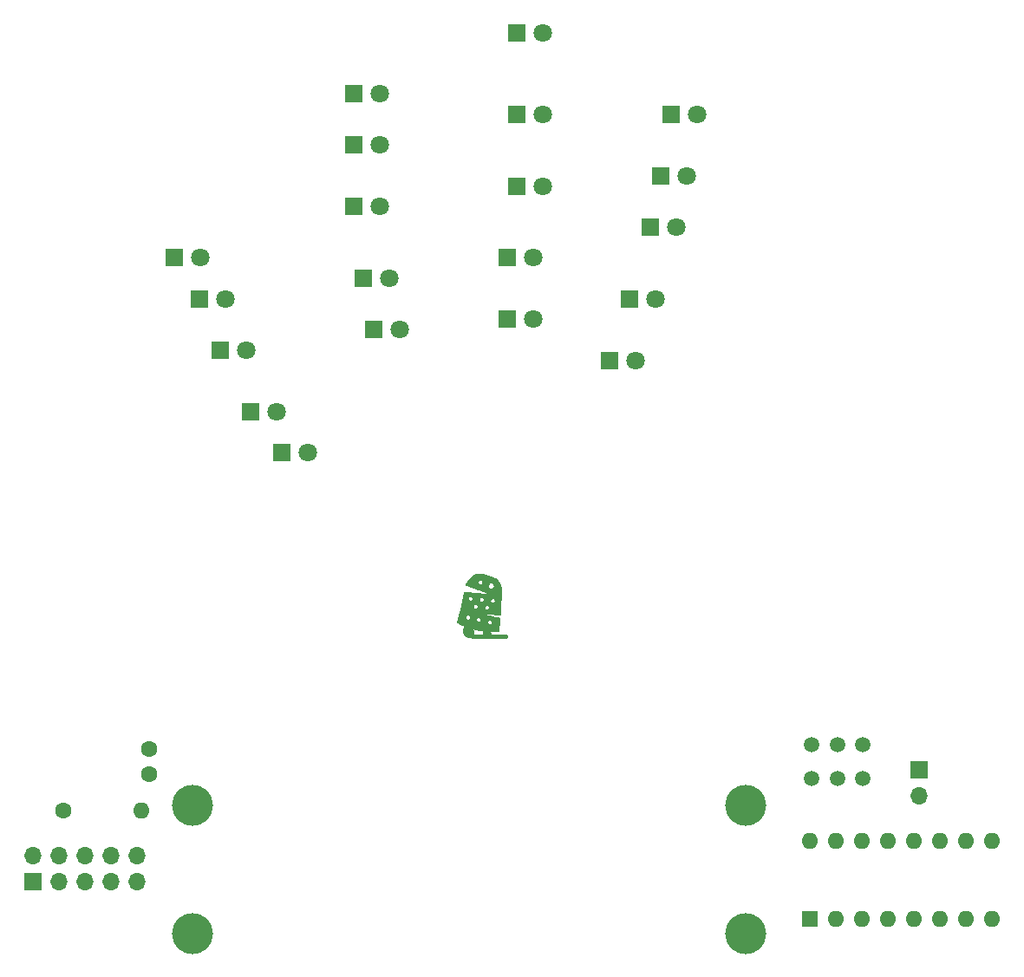
<source format=gbr>
G04 #@! TF.FileFunction,Soldermask,Bot*
%FSLAX46Y46*%
G04 Gerber Fmt 4.6, Leading zero omitted, Abs format (unit mm)*
G04 Created by KiCad (PCBNEW 4.0.6) date 11/09/17 18:00:55*
%MOMM*%
%LPD*%
G01*
G04 APERTURE LIST*
%ADD10C,0.100000*%
%ADD11C,0.010000*%
%ADD12C,4.000000*%
%ADD13R,1.800000X1.800000*%
%ADD14C,1.800000*%
%ADD15C,1.600000*%
%ADD16O,1.600000X1.600000*%
%ADD17C,1.500000*%
%ADD18R,1.600000X1.600000*%
%ADD19R,1.700000X1.700000*%
%ADD20O,1.700000X1.700000*%
G04 APERTURE END LIST*
D10*
D11*
G36*
X145959476Y-109869921D02*
X145867698Y-109877468D01*
X145790871Y-109889599D01*
X145775807Y-109893116D01*
X145679216Y-109924087D01*
X145573300Y-109969133D01*
X145466430Y-110024111D01*
X145366982Y-110084877D01*
X145317956Y-110119661D01*
X145196909Y-110221671D01*
X145075468Y-110344196D01*
X144957534Y-110482719D01*
X144847010Y-110632720D01*
X144766299Y-110758366D01*
X144724679Y-110838089D01*
X144704093Y-110903872D01*
X144704503Y-110955953D01*
X144725867Y-110994568D01*
X144726124Y-110994825D01*
X144740961Y-111001923D01*
X144778226Y-111016682D01*
X144836316Y-111038533D01*
X144913628Y-111066905D01*
X145008562Y-111101225D01*
X145119516Y-111140923D01*
X145244887Y-111185429D01*
X145383074Y-111234171D01*
X145532474Y-111286578D01*
X145691487Y-111342080D01*
X145858509Y-111400105D01*
X146017666Y-111455157D01*
X146189629Y-111514607D01*
X146354385Y-111571747D01*
X146510401Y-111626034D01*
X146656142Y-111676928D01*
X146790075Y-111723885D01*
X146910665Y-111766364D01*
X147016379Y-111803824D01*
X147105684Y-111835722D01*
X147177044Y-111861518D01*
X147228927Y-111880669D01*
X147259798Y-111892633D01*
X147268235Y-111896856D01*
X147253239Y-111896246D01*
X147214659Y-111893499D01*
X147154209Y-111888761D01*
X147073604Y-111882179D01*
X146974556Y-111873899D01*
X146858779Y-111864066D01*
X146727988Y-111852827D01*
X146583895Y-111840328D01*
X146428215Y-111826716D01*
X146262662Y-111812136D01*
X146088948Y-111796735D01*
X145965990Y-111785774D01*
X145786796Y-111769811D01*
X145613986Y-111754508D01*
X145449334Y-111740017D01*
X145294618Y-111726489D01*
X145151613Y-111714077D01*
X145022094Y-111702934D01*
X144907839Y-111693212D01*
X144810623Y-111685062D01*
X144732222Y-111678638D01*
X144674412Y-111674091D01*
X144638968Y-111671575D01*
X144628764Y-111671100D01*
X144575517Y-111676109D01*
X144540655Y-111693134D01*
X144518815Y-111725174D01*
X144515204Y-111734597D01*
X144510647Y-111753557D01*
X144502014Y-111795311D01*
X144489720Y-111857657D01*
X144474184Y-111938388D01*
X144455821Y-112035302D01*
X144435050Y-112146193D01*
X144412285Y-112268857D01*
X144387945Y-112401089D01*
X144362446Y-112540686D01*
X144353676Y-112588940D01*
X144205616Y-113404650D01*
X144029258Y-113959242D01*
X143992946Y-114074428D01*
X143959154Y-114183539D01*
X143928663Y-114283914D01*
X143902255Y-114372892D01*
X143880710Y-114447813D01*
X143864808Y-114506017D01*
X143855331Y-114544843D01*
X143852900Y-114560152D01*
X143856718Y-114599033D01*
X143865996Y-114630850D01*
X143866859Y-114632551D01*
X143883849Y-114647863D01*
X143921269Y-114671301D01*
X143976045Y-114701361D01*
X144045105Y-114736537D01*
X144125374Y-114775323D01*
X144213781Y-114816214D01*
X144307251Y-114857704D01*
X144402712Y-114898289D01*
X144443450Y-114915023D01*
X144508356Y-114941402D01*
X144567116Y-114965315D01*
X144614653Y-114984693D01*
X144645892Y-114997469D01*
X144653000Y-115000397D01*
X144672172Y-115009241D01*
X144673009Y-115015793D01*
X144653183Y-115024354D01*
X144637005Y-115029972D01*
X144556213Y-115070515D01*
X144490713Y-115130224D01*
X144442025Y-115206922D01*
X144411669Y-115298430D01*
X144402417Y-115365877D01*
X144405830Y-115492554D01*
X144433709Y-115612608D01*
X144485884Y-115725610D01*
X144562188Y-115831129D01*
X144601128Y-115872851D01*
X144701650Y-115958563D01*
X144810840Y-116021972D01*
X144933024Y-116065373D01*
X144986962Y-116077737D01*
X145087096Y-116094962D01*
X145210456Y-116111743D01*
X145354868Y-116127875D01*
X145518160Y-116143150D01*
X145698159Y-116157361D01*
X145892691Y-116170301D01*
X146056350Y-116179548D01*
X146116969Y-116181925D01*
X146200069Y-116183994D01*
X146302734Y-116185756D01*
X146422046Y-116187212D01*
X146555088Y-116188364D01*
X146698945Y-116189214D01*
X146850698Y-116189762D01*
X147007432Y-116190010D01*
X147166229Y-116189959D01*
X147324173Y-116189611D01*
X147478346Y-116188968D01*
X147625832Y-116188030D01*
X147763714Y-116186799D01*
X147889075Y-116185276D01*
X147998998Y-116183463D01*
X148090566Y-116181362D01*
X148160863Y-116178972D01*
X148170454Y-116178539D01*
X148252669Y-116174144D01*
X148337154Y-116168758D01*
X148415782Y-116162953D01*
X148480425Y-116157306D01*
X148500654Y-116155208D01*
X148591468Y-116143484D01*
X148659812Y-116130100D01*
X148708612Y-116113433D01*
X148740798Y-116091863D01*
X148759299Y-116063768D01*
X148767044Y-116027526D01*
X148767800Y-116007315D01*
X148763652Y-115954446D01*
X148747948Y-115919305D01*
X148715801Y-115895114D01*
X148675507Y-115879266D01*
X148658974Y-115874563D01*
X148638873Y-115870533D01*
X148613111Y-115867108D01*
X148579594Y-115864215D01*
X148536228Y-115861784D01*
X148480920Y-115859745D01*
X148411576Y-115858026D01*
X148326102Y-115856556D01*
X148222404Y-115855266D01*
X148098390Y-115854084D01*
X147951965Y-115852939D01*
X147881975Y-115852443D01*
X147154900Y-115847408D01*
X147154900Y-115810929D01*
X147146059Y-115733748D01*
X147122261Y-115653819D01*
X147090616Y-115589858D01*
X147070059Y-115556801D01*
X147056506Y-115533774D01*
X147053300Y-115527158D01*
X147065484Y-115526387D01*
X147099979Y-115526051D01*
X147153701Y-115526133D01*
X147223563Y-115526615D01*
X147306483Y-115527481D01*
X147399374Y-115528714D01*
X147438939Y-115529310D01*
X147548009Y-115530964D01*
X147634531Y-115532048D01*
X147701356Y-115532420D01*
X147751332Y-115531934D01*
X147787309Y-115530448D01*
X147812136Y-115527819D01*
X147828662Y-115523902D01*
X147839737Y-115518555D01*
X147848210Y-115511633D01*
X147851366Y-115508534D01*
X147873407Y-115478859D01*
X147880642Y-115461587D01*
X146465733Y-115461587D01*
X146462373Y-115473043D01*
X146450414Y-115499362D01*
X146443508Y-115513226D01*
X146427266Y-115563345D01*
X146419078Y-115628181D01*
X146419168Y-115698289D01*
X146427760Y-115764224D01*
X146436787Y-115797003D01*
X146455274Y-115849400D01*
X146198662Y-115849364D01*
X146098320Y-115848866D01*
X145985915Y-115847515D01*
X145871689Y-115845482D01*
X145765882Y-115842939D01*
X145705797Y-115841071D01*
X145469543Y-115832814D01*
X145475626Y-115716524D01*
X145473708Y-115604578D01*
X145454244Y-115502811D01*
X145415344Y-115405322D01*
X145355115Y-115306213D01*
X145335347Y-115278939D01*
X145312504Y-115246064D01*
X145300485Y-115223938D01*
X145301640Y-115216968D01*
X145302439Y-115217223D01*
X145320204Y-115222490D01*
X145358347Y-115232822D01*
X145412609Y-115247096D01*
X145478731Y-115264191D01*
X145548937Y-115282097D01*
X145750153Y-115330135D01*
X145958294Y-115374392D01*
X146162554Y-115412678D01*
X146316700Y-115437654D01*
X146374285Y-115446366D01*
X146421703Y-115453808D01*
X146453887Y-115459167D01*
X146465733Y-115461587D01*
X147880642Y-115461587D01*
X147884303Y-115452848D01*
X147888374Y-115428668D01*
X147895037Y-115383076D01*
X147903881Y-115319291D01*
X147914498Y-115240530D01*
X147926476Y-115150010D01*
X147939406Y-115050950D01*
X147952877Y-114946566D01*
X147966480Y-114840077D01*
X147979805Y-114734701D01*
X147992441Y-114633654D01*
X147993348Y-114626302D01*
X147250593Y-114626302D01*
X147233822Y-114687373D01*
X147197345Y-114744610D01*
X147143705Y-114793340D01*
X147110450Y-114813468D01*
X147054758Y-114831222D01*
X146995747Y-114826692D01*
X146942665Y-114806699D01*
X146883043Y-114766256D01*
X146839455Y-114712937D01*
X146814602Y-114651838D01*
X146811188Y-114588058D01*
X146815383Y-114566700D01*
X146842531Y-114505647D01*
X146886310Y-114452834D01*
X146940881Y-114413146D01*
X147000405Y-114391474D01*
X147027802Y-114388900D01*
X147090901Y-114400822D01*
X147150482Y-114433630D01*
X147201099Y-114482880D01*
X147237302Y-114544130D01*
X147245113Y-114566071D01*
X147250593Y-114626302D01*
X147993348Y-114626302D01*
X148003979Y-114540156D01*
X148014007Y-114457422D01*
X148022118Y-114388672D01*
X148027020Y-114344960D01*
X146172756Y-114344960D01*
X146169308Y-114412007D01*
X146140612Y-114480159D01*
X146134098Y-114490439D01*
X146095907Y-114531595D01*
X146044486Y-114565769D01*
X145989614Y-114587394D01*
X145955585Y-114592089D01*
X145920853Y-114586478D01*
X145878736Y-114572415D01*
X145864928Y-114566253D01*
X145822936Y-114538405D01*
X145785185Y-114501458D01*
X145777854Y-114491803D01*
X145743823Y-114424825D01*
X145735097Y-114359145D01*
X145751588Y-114295429D01*
X145793209Y-114234342D01*
X145814559Y-114212909D01*
X145877153Y-114169166D01*
X145941569Y-114150528D01*
X146006021Y-114156957D01*
X146068722Y-114188417D01*
X146104429Y-114218961D01*
X146151086Y-114280214D01*
X146172756Y-114344960D01*
X148027020Y-114344960D01*
X148027899Y-114337123D01*
X148030942Y-114305992D01*
X148031310Y-114299252D01*
X148024825Y-114253561D01*
X148002974Y-114222115D01*
X147961768Y-114200485D01*
X147935225Y-114192616D01*
X147913570Y-114187519D01*
X147869015Y-114177400D01*
X147803471Y-114162682D01*
X147718846Y-114143789D01*
X147617050Y-114121145D01*
X147585204Y-114114079D01*
X145125893Y-114114079D01*
X145120619Y-114175471D01*
X145095808Y-114235242D01*
X145053633Y-114288263D01*
X144996270Y-114329403D01*
X144992910Y-114331123D01*
X144931115Y-114354335D01*
X144875619Y-114356010D01*
X144819140Y-114335713D01*
X144791090Y-114319050D01*
X144734910Y-114269387D01*
X144700080Y-114210546D01*
X144686420Y-114146828D01*
X144693750Y-114082532D01*
X144721889Y-114021956D01*
X144770657Y-113969402D01*
X144806764Y-113945159D01*
X144872417Y-113921467D01*
X144938927Y-113921323D01*
X145002447Y-113943315D01*
X145059125Y-113986031D01*
X145105114Y-114048060D01*
X145109454Y-114056194D01*
X145125893Y-114114079D01*
X147585204Y-114114079D01*
X147499994Y-114095173D01*
X147369586Y-114066298D01*
X147227737Y-114034943D01*
X147076356Y-114001531D01*
X146917352Y-113966488D01*
X146781867Y-113936666D01*
X146620371Y-113901041D01*
X146466621Y-113866934D01*
X146322340Y-113834739D01*
X146189248Y-113804847D01*
X146069066Y-113777653D01*
X145963514Y-113753549D01*
X145874313Y-113732927D01*
X145803185Y-113716180D01*
X145751849Y-113703701D01*
X145722026Y-113695883D01*
X145715067Y-113693146D01*
X145730973Y-113693724D01*
X145770344Y-113696437D01*
X145831347Y-113701130D01*
X145912150Y-113707646D01*
X146010922Y-113715833D01*
X146125829Y-113725536D01*
X146255041Y-113736598D01*
X146396725Y-113748867D01*
X146549048Y-113762187D01*
X146710179Y-113776403D01*
X146878286Y-113791361D01*
X146880637Y-113791571D01*
X147048668Y-113806569D01*
X147209630Y-113820902D01*
X147361706Y-113834412D01*
X147503074Y-113846937D01*
X147631917Y-113858317D01*
X147746413Y-113868393D01*
X147844745Y-113877004D01*
X147925092Y-113883990D01*
X147985635Y-113889192D01*
X148024555Y-113892448D01*
X148040032Y-113893599D01*
X148040089Y-113893600D01*
X148060490Y-113885219D01*
X148086499Y-113864805D01*
X148088928Y-113862427D01*
X148120100Y-113831254D01*
X148120150Y-113687363D01*
X145663492Y-113687363D01*
X145651009Y-113689397D01*
X145634537Y-113687062D01*
X145634340Y-113682727D01*
X145651338Y-113679695D01*
X145658682Y-113681724D01*
X145663492Y-113687363D01*
X148120150Y-113687363D01*
X148120327Y-113180493D01*
X146963161Y-113180493D01*
X146958099Y-113247545D01*
X146928473Y-113309038D01*
X146892509Y-113349974D01*
X146830441Y-113395549D01*
X146766936Y-113415769D01*
X146701908Y-113410641D01*
X146635270Y-113380174D01*
X146627850Y-113375284D01*
X146578007Y-113329787D01*
X146542761Y-113273875D01*
X146525674Y-113214499D01*
X146526096Y-113176636D01*
X146549259Y-113104513D01*
X146551409Y-113101652D01*
X145870614Y-113101652D01*
X145860272Y-113146919D01*
X145852544Y-113166759D01*
X145813828Y-113232666D01*
X145758699Y-113280629D01*
X145726150Y-113298096D01*
X145677838Y-113316445D01*
X145637810Y-113319400D01*
X145594140Y-113306956D01*
X145573750Y-113298022D01*
X145505717Y-113255177D01*
X145458754Y-113200958D01*
X145433910Y-113138198D01*
X145432233Y-113069729D01*
X145454772Y-112998385D01*
X145459450Y-112989205D01*
X145478007Y-112946919D01*
X145489442Y-112906551D01*
X145491200Y-112890434D01*
X145493079Y-112864315D01*
X145501863Y-112858509D01*
X145515766Y-112864453D01*
X145541140Y-112871416D01*
X145582154Y-112876182D01*
X145621229Y-112877600D01*
X145702616Y-112888131D01*
X145770223Y-112919130D01*
X145822508Y-112969703D01*
X145844970Y-113007169D01*
X145865685Y-113058700D01*
X145870614Y-113101652D01*
X146551409Y-113101652D01*
X146593976Y-113045022D01*
X146639541Y-113010870D01*
X146678025Y-112990926D01*
X146713317Y-112980721D01*
X146754294Y-112979025D01*
X146809833Y-112984608D01*
X146819503Y-112985932D01*
X146867391Y-112989021D01*
X146902667Y-112984305D01*
X146908913Y-112981708D01*
X146925167Y-112975323D01*
X146930601Y-112983915D01*
X146928599Y-113011908D01*
X146930221Y-113052360D01*
X146940654Y-113097393D01*
X146943963Y-113106436D01*
X146963161Y-113180493D01*
X148120327Y-113180493D01*
X148120403Y-112963902D01*
X148120644Y-112796725D01*
X148121229Y-112642056D01*
X148122082Y-112510108D01*
X147537855Y-112510108D01*
X147532562Y-112547400D01*
X147504840Y-112615388D01*
X147460781Y-112665932D01*
X147399256Y-112699712D01*
X147319136Y-112717410D01*
X147245328Y-112720526D01*
X147134952Y-112718850D01*
X147139958Y-112684329D01*
X147137901Y-112653704D01*
X147127315Y-112611237D01*
X147116035Y-112580012D01*
X147100017Y-112538020D01*
X147094012Y-112508103D01*
X147096915Y-112479497D01*
X147103270Y-112455782D01*
X147127487Y-112405350D01*
X147150512Y-112376460D01*
X146439456Y-112376460D01*
X146436008Y-112443507D01*
X146407312Y-112511659D01*
X146400798Y-112521939D01*
X146362607Y-112563095D01*
X146311186Y-112597269D01*
X146256314Y-112618894D01*
X146222285Y-112623589D01*
X146188031Y-112617994D01*
X146145693Y-112603896D01*
X146129372Y-112596661D01*
X146072083Y-112556587D01*
X146030270Y-112502273D01*
X146006558Y-112439415D01*
X146003576Y-112373709D01*
X146011110Y-112340244D01*
X146035095Y-112296086D01*
X146047623Y-112281871D01*
X145368647Y-112281871D01*
X145365280Y-112349556D01*
X145337325Y-112416185D01*
X145330643Y-112426400D01*
X145319696Y-112454805D01*
X145313755Y-112494543D01*
X145313400Y-112506068D01*
X145312711Y-112539677D01*
X145308120Y-112552446D01*
X145295846Y-112548934D01*
X145284044Y-112541450D01*
X145245662Y-112528144D01*
X145186998Y-112524053D01*
X145179269Y-112524197D01*
X145108844Y-112519327D01*
X145052210Y-112498153D01*
X145001201Y-112457142D01*
X144985779Y-112440445D01*
X144946058Y-112378418D01*
X144930283Y-112312801D01*
X144938039Y-112247192D01*
X144968908Y-112185188D01*
X145021578Y-112131078D01*
X145085213Y-112095700D01*
X145151511Y-112084868D01*
X145217636Y-112098334D01*
X145280751Y-112135847D01*
X145302901Y-112155900D01*
X145347746Y-112216271D01*
X145368647Y-112281871D01*
X146047623Y-112281871D01*
X146074431Y-112251455D01*
X146121368Y-112213351D01*
X146168156Y-112188776D01*
X146183435Y-112184596D01*
X146250847Y-112184435D01*
X146316099Y-112208285D01*
X146371129Y-112250461D01*
X146417786Y-112311714D01*
X146439456Y-112376460D01*
X147150512Y-112376460D01*
X147166480Y-112356425D01*
X147213361Y-112315764D01*
X147261241Y-112290124D01*
X147276306Y-112286070D01*
X147341426Y-112285389D01*
X147403168Y-112305254D01*
X147457608Y-112341662D01*
X147500819Y-112390608D01*
X147528876Y-112448091D01*
X147537855Y-112510108D01*
X148122082Y-112510108D01*
X148122138Y-112501513D01*
X148123347Y-112376712D01*
X148124834Y-112269272D01*
X148126577Y-112180809D01*
X148128554Y-112112941D01*
X148130743Y-112067285D01*
X148133047Y-112045750D01*
X148144212Y-111988766D01*
X148155165Y-111913355D01*
X148165216Y-111826484D01*
X148173676Y-111735121D01*
X148179853Y-111646234D01*
X148183059Y-111566790D01*
X148183353Y-111537827D01*
X148173302Y-111331997D01*
X148144061Y-111141376D01*
X148122571Y-111063361D01*
X147445966Y-111063361D01*
X147431258Y-111137277D01*
X147399074Y-111198734D01*
X147341252Y-111265893D01*
X147274289Y-111311851D01*
X147201145Y-111335457D01*
X147124778Y-111335565D01*
X147077555Y-111323486D01*
X147006719Y-111286608D01*
X146948134Y-111233445D01*
X146905184Y-111168880D01*
X146881251Y-111097799D01*
X146878384Y-111035955D01*
X146897861Y-110959450D01*
X146938761Y-110888927D01*
X146997106Y-110830574D01*
X147020890Y-110814185D01*
X147094131Y-110782741D01*
X147170627Y-110774352D01*
X147245900Y-110787881D01*
X147315470Y-110822190D01*
X147374857Y-110876142D01*
X147399472Y-110910353D01*
X147435371Y-110987819D01*
X147445966Y-111063361D01*
X148122571Y-111063361D01*
X148095861Y-110966404D01*
X148028931Y-110807522D01*
X147943503Y-110665171D01*
X147932432Y-110651784D01*
X146328243Y-110651784D01*
X146327796Y-110715759D01*
X146306424Y-110777085D01*
X146265093Y-110831951D01*
X146204774Y-110876544D01*
X146170650Y-110892664D01*
X146115221Y-110902354D01*
X146053703Y-110892337D01*
X146002603Y-110869038D01*
X145949270Y-110824225D01*
X145911859Y-110768002D01*
X145892960Y-110706268D01*
X145895159Y-110644918D01*
X145898674Y-110632234D01*
X145932416Y-110562860D01*
X145980163Y-110511244D01*
X146037875Y-110478507D01*
X146101514Y-110465772D01*
X146167042Y-110474162D01*
X146230421Y-110504798D01*
X146262486Y-110531138D01*
X146306796Y-110588973D01*
X146328243Y-110651784D01*
X147932432Y-110651784D01*
X147839807Y-110539793D01*
X147718075Y-110431827D01*
X147578536Y-110341716D01*
X147549319Y-110326286D01*
X147511758Y-110309169D01*
X147453392Y-110285202D01*
X147377516Y-110255560D01*
X147287426Y-110221414D01*
X147186416Y-110183940D01*
X147077782Y-110144310D01*
X146964819Y-110103699D01*
X146850821Y-110063279D01*
X146739083Y-110024224D01*
X146632901Y-109987708D01*
X146535569Y-109954904D01*
X146450383Y-109926986D01*
X146380638Y-109905127D01*
X146329628Y-109890501D01*
X146316700Y-109887283D01*
X146244819Y-109875637D01*
X146156007Y-109868919D01*
X146058236Y-109867042D01*
X145959476Y-109869921D01*
X145959476Y-109869921D01*
G37*
X145959476Y-109869921D02*
X145867698Y-109877468D01*
X145790871Y-109889599D01*
X145775807Y-109893116D01*
X145679216Y-109924087D01*
X145573300Y-109969133D01*
X145466430Y-110024111D01*
X145366982Y-110084877D01*
X145317956Y-110119661D01*
X145196909Y-110221671D01*
X145075468Y-110344196D01*
X144957534Y-110482719D01*
X144847010Y-110632720D01*
X144766299Y-110758366D01*
X144724679Y-110838089D01*
X144704093Y-110903872D01*
X144704503Y-110955953D01*
X144725867Y-110994568D01*
X144726124Y-110994825D01*
X144740961Y-111001923D01*
X144778226Y-111016682D01*
X144836316Y-111038533D01*
X144913628Y-111066905D01*
X145008562Y-111101225D01*
X145119516Y-111140923D01*
X145244887Y-111185429D01*
X145383074Y-111234171D01*
X145532474Y-111286578D01*
X145691487Y-111342080D01*
X145858509Y-111400105D01*
X146017666Y-111455157D01*
X146189629Y-111514607D01*
X146354385Y-111571747D01*
X146510401Y-111626034D01*
X146656142Y-111676928D01*
X146790075Y-111723885D01*
X146910665Y-111766364D01*
X147016379Y-111803824D01*
X147105684Y-111835722D01*
X147177044Y-111861518D01*
X147228927Y-111880669D01*
X147259798Y-111892633D01*
X147268235Y-111896856D01*
X147253239Y-111896246D01*
X147214659Y-111893499D01*
X147154209Y-111888761D01*
X147073604Y-111882179D01*
X146974556Y-111873899D01*
X146858779Y-111864066D01*
X146727988Y-111852827D01*
X146583895Y-111840328D01*
X146428215Y-111826716D01*
X146262662Y-111812136D01*
X146088948Y-111796735D01*
X145965990Y-111785774D01*
X145786796Y-111769811D01*
X145613986Y-111754508D01*
X145449334Y-111740017D01*
X145294618Y-111726489D01*
X145151613Y-111714077D01*
X145022094Y-111702934D01*
X144907839Y-111693212D01*
X144810623Y-111685062D01*
X144732222Y-111678638D01*
X144674412Y-111674091D01*
X144638968Y-111671575D01*
X144628764Y-111671100D01*
X144575517Y-111676109D01*
X144540655Y-111693134D01*
X144518815Y-111725174D01*
X144515204Y-111734597D01*
X144510647Y-111753557D01*
X144502014Y-111795311D01*
X144489720Y-111857657D01*
X144474184Y-111938388D01*
X144455821Y-112035302D01*
X144435050Y-112146193D01*
X144412285Y-112268857D01*
X144387945Y-112401089D01*
X144362446Y-112540686D01*
X144353676Y-112588940D01*
X144205616Y-113404650D01*
X144029258Y-113959242D01*
X143992946Y-114074428D01*
X143959154Y-114183539D01*
X143928663Y-114283914D01*
X143902255Y-114372892D01*
X143880710Y-114447813D01*
X143864808Y-114506017D01*
X143855331Y-114544843D01*
X143852900Y-114560152D01*
X143856718Y-114599033D01*
X143865996Y-114630850D01*
X143866859Y-114632551D01*
X143883849Y-114647863D01*
X143921269Y-114671301D01*
X143976045Y-114701361D01*
X144045105Y-114736537D01*
X144125374Y-114775323D01*
X144213781Y-114816214D01*
X144307251Y-114857704D01*
X144402712Y-114898289D01*
X144443450Y-114915023D01*
X144508356Y-114941402D01*
X144567116Y-114965315D01*
X144614653Y-114984693D01*
X144645892Y-114997469D01*
X144653000Y-115000397D01*
X144672172Y-115009241D01*
X144673009Y-115015793D01*
X144653183Y-115024354D01*
X144637005Y-115029972D01*
X144556213Y-115070515D01*
X144490713Y-115130224D01*
X144442025Y-115206922D01*
X144411669Y-115298430D01*
X144402417Y-115365877D01*
X144405830Y-115492554D01*
X144433709Y-115612608D01*
X144485884Y-115725610D01*
X144562188Y-115831129D01*
X144601128Y-115872851D01*
X144701650Y-115958563D01*
X144810840Y-116021972D01*
X144933024Y-116065373D01*
X144986962Y-116077737D01*
X145087096Y-116094962D01*
X145210456Y-116111743D01*
X145354868Y-116127875D01*
X145518160Y-116143150D01*
X145698159Y-116157361D01*
X145892691Y-116170301D01*
X146056350Y-116179548D01*
X146116969Y-116181925D01*
X146200069Y-116183994D01*
X146302734Y-116185756D01*
X146422046Y-116187212D01*
X146555088Y-116188364D01*
X146698945Y-116189214D01*
X146850698Y-116189762D01*
X147007432Y-116190010D01*
X147166229Y-116189959D01*
X147324173Y-116189611D01*
X147478346Y-116188968D01*
X147625832Y-116188030D01*
X147763714Y-116186799D01*
X147889075Y-116185276D01*
X147998998Y-116183463D01*
X148090566Y-116181362D01*
X148160863Y-116178972D01*
X148170454Y-116178539D01*
X148252669Y-116174144D01*
X148337154Y-116168758D01*
X148415782Y-116162953D01*
X148480425Y-116157306D01*
X148500654Y-116155208D01*
X148591468Y-116143484D01*
X148659812Y-116130100D01*
X148708612Y-116113433D01*
X148740798Y-116091863D01*
X148759299Y-116063768D01*
X148767044Y-116027526D01*
X148767800Y-116007315D01*
X148763652Y-115954446D01*
X148747948Y-115919305D01*
X148715801Y-115895114D01*
X148675507Y-115879266D01*
X148658974Y-115874563D01*
X148638873Y-115870533D01*
X148613111Y-115867108D01*
X148579594Y-115864215D01*
X148536228Y-115861784D01*
X148480920Y-115859745D01*
X148411576Y-115858026D01*
X148326102Y-115856556D01*
X148222404Y-115855266D01*
X148098390Y-115854084D01*
X147951965Y-115852939D01*
X147881975Y-115852443D01*
X147154900Y-115847408D01*
X147154900Y-115810929D01*
X147146059Y-115733748D01*
X147122261Y-115653819D01*
X147090616Y-115589858D01*
X147070059Y-115556801D01*
X147056506Y-115533774D01*
X147053300Y-115527158D01*
X147065484Y-115526387D01*
X147099979Y-115526051D01*
X147153701Y-115526133D01*
X147223563Y-115526615D01*
X147306483Y-115527481D01*
X147399374Y-115528714D01*
X147438939Y-115529310D01*
X147548009Y-115530964D01*
X147634531Y-115532048D01*
X147701356Y-115532420D01*
X147751332Y-115531934D01*
X147787309Y-115530448D01*
X147812136Y-115527819D01*
X147828662Y-115523902D01*
X147839737Y-115518555D01*
X147848210Y-115511633D01*
X147851366Y-115508534D01*
X147873407Y-115478859D01*
X147880642Y-115461587D01*
X146465733Y-115461587D01*
X146462373Y-115473043D01*
X146450414Y-115499362D01*
X146443508Y-115513226D01*
X146427266Y-115563345D01*
X146419078Y-115628181D01*
X146419168Y-115698289D01*
X146427760Y-115764224D01*
X146436787Y-115797003D01*
X146455274Y-115849400D01*
X146198662Y-115849364D01*
X146098320Y-115848866D01*
X145985915Y-115847515D01*
X145871689Y-115845482D01*
X145765882Y-115842939D01*
X145705797Y-115841071D01*
X145469543Y-115832814D01*
X145475626Y-115716524D01*
X145473708Y-115604578D01*
X145454244Y-115502811D01*
X145415344Y-115405322D01*
X145355115Y-115306213D01*
X145335347Y-115278939D01*
X145312504Y-115246064D01*
X145300485Y-115223938D01*
X145301640Y-115216968D01*
X145302439Y-115217223D01*
X145320204Y-115222490D01*
X145358347Y-115232822D01*
X145412609Y-115247096D01*
X145478731Y-115264191D01*
X145548937Y-115282097D01*
X145750153Y-115330135D01*
X145958294Y-115374392D01*
X146162554Y-115412678D01*
X146316700Y-115437654D01*
X146374285Y-115446366D01*
X146421703Y-115453808D01*
X146453887Y-115459167D01*
X146465733Y-115461587D01*
X147880642Y-115461587D01*
X147884303Y-115452848D01*
X147888374Y-115428668D01*
X147895037Y-115383076D01*
X147903881Y-115319291D01*
X147914498Y-115240530D01*
X147926476Y-115150010D01*
X147939406Y-115050950D01*
X147952877Y-114946566D01*
X147966480Y-114840077D01*
X147979805Y-114734701D01*
X147992441Y-114633654D01*
X147993348Y-114626302D01*
X147250593Y-114626302D01*
X147233822Y-114687373D01*
X147197345Y-114744610D01*
X147143705Y-114793340D01*
X147110450Y-114813468D01*
X147054758Y-114831222D01*
X146995747Y-114826692D01*
X146942665Y-114806699D01*
X146883043Y-114766256D01*
X146839455Y-114712937D01*
X146814602Y-114651838D01*
X146811188Y-114588058D01*
X146815383Y-114566700D01*
X146842531Y-114505647D01*
X146886310Y-114452834D01*
X146940881Y-114413146D01*
X147000405Y-114391474D01*
X147027802Y-114388900D01*
X147090901Y-114400822D01*
X147150482Y-114433630D01*
X147201099Y-114482880D01*
X147237302Y-114544130D01*
X147245113Y-114566071D01*
X147250593Y-114626302D01*
X147993348Y-114626302D01*
X148003979Y-114540156D01*
X148014007Y-114457422D01*
X148022118Y-114388672D01*
X148027020Y-114344960D01*
X146172756Y-114344960D01*
X146169308Y-114412007D01*
X146140612Y-114480159D01*
X146134098Y-114490439D01*
X146095907Y-114531595D01*
X146044486Y-114565769D01*
X145989614Y-114587394D01*
X145955585Y-114592089D01*
X145920853Y-114586478D01*
X145878736Y-114572415D01*
X145864928Y-114566253D01*
X145822936Y-114538405D01*
X145785185Y-114501458D01*
X145777854Y-114491803D01*
X145743823Y-114424825D01*
X145735097Y-114359145D01*
X145751588Y-114295429D01*
X145793209Y-114234342D01*
X145814559Y-114212909D01*
X145877153Y-114169166D01*
X145941569Y-114150528D01*
X146006021Y-114156957D01*
X146068722Y-114188417D01*
X146104429Y-114218961D01*
X146151086Y-114280214D01*
X146172756Y-114344960D01*
X148027020Y-114344960D01*
X148027899Y-114337123D01*
X148030942Y-114305992D01*
X148031310Y-114299252D01*
X148024825Y-114253561D01*
X148002974Y-114222115D01*
X147961768Y-114200485D01*
X147935225Y-114192616D01*
X147913570Y-114187519D01*
X147869015Y-114177400D01*
X147803471Y-114162682D01*
X147718846Y-114143789D01*
X147617050Y-114121145D01*
X147585204Y-114114079D01*
X145125893Y-114114079D01*
X145120619Y-114175471D01*
X145095808Y-114235242D01*
X145053633Y-114288263D01*
X144996270Y-114329403D01*
X144992910Y-114331123D01*
X144931115Y-114354335D01*
X144875619Y-114356010D01*
X144819140Y-114335713D01*
X144791090Y-114319050D01*
X144734910Y-114269387D01*
X144700080Y-114210546D01*
X144686420Y-114146828D01*
X144693750Y-114082532D01*
X144721889Y-114021956D01*
X144770657Y-113969402D01*
X144806764Y-113945159D01*
X144872417Y-113921467D01*
X144938927Y-113921323D01*
X145002447Y-113943315D01*
X145059125Y-113986031D01*
X145105114Y-114048060D01*
X145109454Y-114056194D01*
X145125893Y-114114079D01*
X147585204Y-114114079D01*
X147499994Y-114095173D01*
X147369586Y-114066298D01*
X147227737Y-114034943D01*
X147076356Y-114001531D01*
X146917352Y-113966488D01*
X146781867Y-113936666D01*
X146620371Y-113901041D01*
X146466621Y-113866934D01*
X146322340Y-113834739D01*
X146189248Y-113804847D01*
X146069066Y-113777653D01*
X145963514Y-113753549D01*
X145874313Y-113732927D01*
X145803185Y-113716180D01*
X145751849Y-113703701D01*
X145722026Y-113695883D01*
X145715067Y-113693146D01*
X145730973Y-113693724D01*
X145770344Y-113696437D01*
X145831347Y-113701130D01*
X145912150Y-113707646D01*
X146010922Y-113715833D01*
X146125829Y-113725536D01*
X146255041Y-113736598D01*
X146396725Y-113748867D01*
X146549048Y-113762187D01*
X146710179Y-113776403D01*
X146878286Y-113791361D01*
X146880637Y-113791571D01*
X147048668Y-113806569D01*
X147209630Y-113820902D01*
X147361706Y-113834412D01*
X147503074Y-113846937D01*
X147631917Y-113858317D01*
X147746413Y-113868393D01*
X147844745Y-113877004D01*
X147925092Y-113883990D01*
X147985635Y-113889192D01*
X148024555Y-113892448D01*
X148040032Y-113893599D01*
X148040089Y-113893600D01*
X148060490Y-113885219D01*
X148086499Y-113864805D01*
X148088928Y-113862427D01*
X148120100Y-113831254D01*
X148120150Y-113687363D01*
X145663492Y-113687363D01*
X145651009Y-113689397D01*
X145634537Y-113687062D01*
X145634340Y-113682727D01*
X145651338Y-113679695D01*
X145658682Y-113681724D01*
X145663492Y-113687363D01*
X148120150Y-113687363D01*
X148120327Y-113180493D01*
X146963161Y-113180493D01*
X146958099Y-113247545D01*
X146928473Y-113309038D01*
X146892509Y-113349974D01*
X146830441Y-113395549D01*
X146766936Y-113415769D01*
X146701908Y-113410641D01*
X146635270Y-113380174D01*
X146627850Y-113375284D01*
X146578007Y-113329787D01*
X146542761Y-113273875D01*
X146525674Y-113214499D01*
X146526096Y-113176636D01*
X146549259Y-113104513D01*
X146551409Y-113101652D01*
X145870614Y-113101652D01*
X145860272Y-113146919D01*
X145852544Y-113166759D01*
X145813828Y-113232666D01*
X145758699Y-113280629D01*
X145726150Y-113298096D01*
X145677838Y-113316445D01*
X145637810Y-113319400D01*
X145594140Y-113306956D01*
X145573750Y-113298022D01*
X145505717Y-113255177D01*
X145458754Y-113200958D01*
X145433910Y-113138198D01*
X145432233Y-113069729D01*
X145454772Y-112998385D01*
X145459450Y-112989205D01*
X145478007Y-112946919D01*
X145489442Y-112906551D01*
X145491200Y-112890434D01*
X145493079Y-112864315D01*
X145501863Y-112858509D01*
X145515766Y-112864453D01*
X145541140Y-112871416D01*
X145582154Y-112876182D01*
X145621229Y-112877600D01*
X145702616Y-112888131D01*
X145770223Y-112919130D01*
X145822508Y-112969703D01*
X145844970Y-113007169D01*
X145865685Y-113058700D01*
X145870614Y-113101652D01*
X146551409Y-113101652D01*
X146593976Y-113045022D01*
X146639541Y-113010870D01*
X146678025Y-112990926D01*
X146713317Y-112980721D01*
X146754294Y-112979025D01*
X146809833Y-112984608D01*
X146819503Y-112985932D01*
X146867391Y-112989021D01*
X146902667Y-112984305D01*
X146908913Y-112981708D01*
X146925167Y-112975323D01*
X146930601Y-112983915D01*
X146928599Y-113011908D01*
X146930221Y-113052360D01*
X146940654Y-113097393D01*
X146943963Y-113106436D01*
X146963161Y-113180493D01*
X148120327Y-113180493D01*
X148120403Y-112963902D01*
X148120644Y-112796725D01*
X148121229Y-112642056D01*
X148122082Y-112510108D01*
X147537855Y-112510108D01*
X147532562Y-112547400D01*
X147504840Y-112615388D01*
X147460781Y-112665932D01*
X147399256Y-112699712D01*
X147319136Y-112717410D01*
X147245328Y-112720526D01*
X147134952Y-112718850D01*
X147139958Y-112684329D01*
X147137901Y-112653704D01*
X147127315Y-112611237D01*
X147116035Y-112580012D01*
X147100017Y-112538020D01*
X147094012Y-112508103D01*
X147096915Y-112479497D01*
X147103270Y-112455782D01*
X147127487Y-112405350D01*
X147150512Y-112376460D01*
X146439456Y-112376460D01*
X146436008Y-112443507D01*
X146407312Y-112511659D01*
X146400798Y-112521939D01*
X146362607Y-112563095D01*
X146311186Y-112597269D01*
X146256314Y-112618894D01*
X146222285Y-112623589D01*
X146188031Y-112617994D01*
X146145693Y-112603896D01*
X146129372Y-112596661D01*
X146072083Y-112556587D01*
X146030270Y-112502273D01*
X146006558Y-112439415D01*
X146003576Y-112373709D01*
X146011110Y-112340244D01*
X146035095Y-112296086D01*
X146047623Y-112281871D01*
X145368647Y-112281871D01*
X145365280Y-112349556D01*
X145337325Y-112416185D01*
X145330643Y-112426400D01*
X145319696Y-112454805D01*
X145313755Y-112494543D01*
X145313400Y-112506068D01*
X145312711Y-112539677D01*
X145308120Y-112552446D01*
X145295846Y-112548934D01*
X145284044Y-112541450D01*
X145245662Y-112528144D01*
X145186998Y-112524053D01*
X145179269Y-112524197D01*
X145108844Y-112519327D01*
X145052210Y-112498153D01*
X145001201Y-112457142D01*
X144985779Y-112440445D01*
X144946058Y-112378418D01*
X144930283Y-112312801D01*
X144938039Y-112247192D01*
X144968908Y-112185188D01*
X145021578Y-112131078D01*
X145085213Y-112095700D01*
X145151511Y-112084868D01*
X145217636Y-112098334D01*
X145280751Y-112135847D01*
X145302901Y-112155900D01*
X145347746Y-112216271D01*
X145368647Y-112281871D01*
X146047623Y-112281871D01*
X146074431Y-112251455D01*
X146121368Y-112213351D01*
X146168156Y-112188776D01*
X146183435Y-112184596D01*
X146250847Y-112184435D01*
X146316099Y-112208285D01*
X146371129Y-112250461D01*
X146417786Y-112311714D01*
X146439456Y-112376460D01*
X147150512Y-112376460D01*
X147166480Y-112356425D01*
X147213361Y-112315764D01*
X147261241Y-112290124D01*
X147276306Y-112286070D01*
X147341426Y-112285389D01*
X147403168Y-112305254D01*
X147457608Y-112341662D01*
X147500819Y-112390608D01*
X147528876Y-112448091D01*
X147537855Y-112510108D01*
X148122082Y-112510108D01*
X148122138Y-112501513D01*
X148123347Y-112376712D01*
X148124834Y-112269272D01*
X148126577Y-112180809D01*
X148128554Y-112112941D01*
X148130743Y-112067285D01*
X148133047Y-112045750D01*
X148144212Y-111988766D01*
X148155165Y-111913355D01*
X148165216Y-111826484D01*
X148173676Y-111735121D01*
X148179853Y-111646234D01*
X148183059Y-111566790D01*
X148183353Y-111537827D01*
X148173302Y-111331997D01*
X148144061Y-111141376D01*
X148122571Y-111063361D01*
X147445966Y-111063361D01*
X147431258Y-111137277D01*
X147399074Y-111198734D01*
X147341252Y-111265893D01*
X147274289Y-111311851D01*
X147201145Y-111335457D01*
X147124778Y-111335565D01*
X147077555Y-111323486D01*
X147006719Y-111286608D01*
X146948134Y-111233445D01*
X146905184Y-111168880D01*
X146881251Y-111097799D01*
X146878384Y-111035955D01*
X146897861Y-110959450D01*
X146938761Y-110888927D01*
X146997106Y-110830574D01*
X147020890Y-110814185D01*
X147094131Y-110782741D01*
X147170627Y-110774352D01*
X147245900Y-110787881D01*
X147315470Y-110822190D01*
X147374857Y-110876142D01*
X147399472Y-110910353D01*
X147435371Y-110987819D01*
X147445966Y-111063361D01*
X148122571Y-111063361D01*
X148095861Y-110966404D01*
X148028931Y-110807522D01*
X147943503Y-110665171D01*
X147932432Y-110651784D01*
X146328243Y-110651784D01*
X146327796Y-110715759D01*
X146306424Y-110777085D01*
X146265093Y-110831951D01*
X146204774Y-110876544D01*
X146170650Y-110892664D01*
X146115221Y-110902354D01*
X146053703Y-110892337D01*
X146002603Y-110869038D01*
X145949270Y-110824225D01*
X145911859Y-110768002D01*
X145892960Y-110706268D01*
X145895159Y-110644918D01*
X145898674Y-110632234D01*
X145932416Y-110562860D01*
X145980163Y-110511244D01*
X146037875Y-110478507D01*
X146101514Y-110465772D01*
X146167042Y-110474162D01*
X146230421Y-110504798D01*
X146262486Y-110531138D01*
X146306796Y-110588973D01*
X146328243Y-110651784D01*
X147932432Y-110651784D01*
X147839807Y-110539793D01*
X147718075Y-110431827D01*
X147578536Y-110341716D01*
X147549319Y-110326286D01*
X147511758Y-110309169D01*
X147453392Y-110285202D01*
X147377516Y-110255560D01*
X147287426Y-110221414D01*
X147186416Y-110183940D01*
X147077782Y-110144310D01*
X146964819Y-110103699D01*
X146850821Y-110063279D01*
X146739083Y-110024224D01*
X146632901Y-109987708D01*
X146535569Y-109954904D01*
X146450383Y-109926986D01*
X146380638Y-109905127D01*
X146329628Y-109890501D01*
X146316700Y-109887283D01*
X146244819Y-109875637D01*
X146156007Y-109868919D01*
X146058236Y-109867042D01*
X145959476Y-109869921D01*
D12*
X172000000Y-145000000D03*
X118000000Y-132500000D03*
X172000000Y-132500000D03*
D13*
X116270000Y-79032000D03*
D14*
X118810000Y-79032000D03*
D13*
X120730000Y-88032000D03*
D14*
X123270000Y-88032000D03*
D13*
X126730000Y-98032000D03*
D14*
X129270000Y-98032000D03*
D13*
X118730000Y-83032000D03*
D14*
X121270000Y-83032000D03*
D13*
X123730000Y-94032000D03*
D14*
X126270000Y-94032000D03*
D13*
X133730000Y-63032000D03*
D14*
X136270000Y-63032000D03*
D13*
X133730000Y-74032000D03*
D14*
X136270000Y-74032000D03*
D13*
X135730000Y-86032000D03*
D14*
X138270000Y-86032000D03*
D13*
X133730000Y-68032000D03*
D14*
X136270000Y-68032000D03*
D13*
X134730000Y-81032000D03*
D14*
X137270000Y-81032000D03*
D13*
X149730000Y-57032000D03*
D14*
X152270000Y-57032000D03*
D13*
X149730000Y-72032000D03*
D14*
X152270000Y-72032000D03*
D13*
X148730000Y-85032000D03*
D14*
X151270000Y-85032000D03*
D13*
X149730000Y-65032000D03*
D14*
X152270000Y-65032000D03*
D13*
X148730000Y-79032000D03*
D14*
X151270000Y-79032000D03*
D13*
X164730000Y-65032000D03*
D14*
X167270000Y-65032000D03*
D13*
X162730000Y-76032000D03*
D14*
X165270000Y-76032000D03*
D13*
X158730000Y-89032000D03*
D14*
X161270000Y-89032000D03*
D13*
X163730000Y-71032000D03*
D14*
X166270000Y-71032000D03*
D13*
X160730000Y-83032000D03*
D14*
X163270000Y-83032000D03*
D15*
X105380000Y-133000000D03*
D16*
X113000000Y-133000000D03*
D17*
X181000000Y-126550000D03*
X183500000Y-126550000D03*
X178500000Y-126550000D03*
X178500000Y-129850000D03*
X181000000Y-129850000D03*
X183500000Y-129850000D03*
D18*
X178300000Y-143620000D03*
D16*
X196080000Y-136000000D03*
X180840000Y-143620000D03*
X193540000Y-136000000D03*
X183380000Y-143620000D03*
X191000000Y-136000000D03*
X185920000Y-143620000D03*
X188460000Y-136000000D03*
X188460000Y-143620000D03*
X185920000Y-136000000D03*
X191000000Y-143620000D03*
X183380000Y-136000000D03*
X193540000Y-143620000D03*
X180840000Y-136000000D03*
X196080000Y-143620000D03*
X178300000Y-136000000D03*
D19*
X189000000Y-129000000D03*
D20*
X189000000Y-131540000D03*
D15*
X113750000Y-129500000D03*
X113750000Y-127000000D03*
D12*
X118000000Y-145000000D03*
D19*
X102460000Y-140000000D03*
D20*
X102460000Y-137460000D03*
X105000000Y-140000000D03*
X105000000Y-137460000D03*
X107540000Y-140000000D03*
X107540000Y-137460000D03*
X110080000Y-140000000D03*
X110080000Y-137460000D03*
X112620000Y-140000000D03*
X112620000Y-137460000D03*
M02*

</source>
